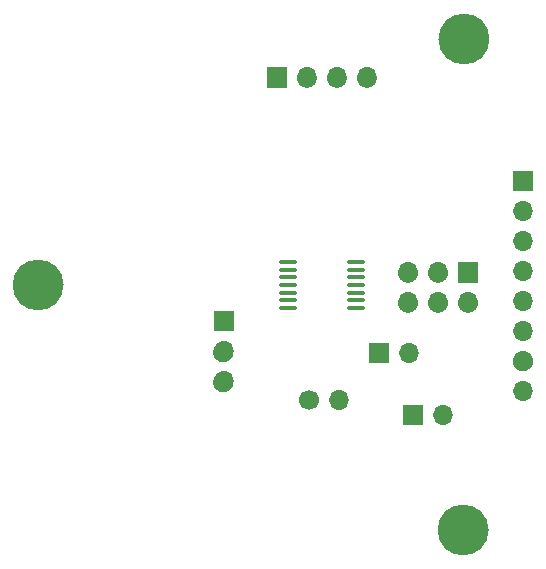
<source format=gbr>
%TF.GenerationSoftware,KiCad,Pcbnew,(6.0.7-1)-1*%
%TF.CreationDate,2023-01-06T18:56:56-05:00*%
%TF.ProjectId,atmega328,61746d65-6761-4333-9238-2e6b69636164,rev?*%
%TF.SameCoordinates,Original*%
%TF.FileFunction,Soldermask,Bot*%
%TF.FilePolarity,Negative*%
%FSLAX46Y46*%
G04 Gerber Fmt 4.6, Leading zero omitted, Abs format (unit mm)*
G04 Created by KiCad (PCBNEW (6.0.7-1)-1) date 2023-01-06 18:56:56*
%MOMM*%
%LPD*%
G01*
G04 APERTURE LIST*
G04 Aperture macros list*
%AMRoundRect*
0 Rectangle with rounded corners*
0 $1 Rounding radius*
0 $2 $3 $4 $5 $6 $7 $8 $9 X,Y pos of 4 corners*
0 Add a 4 corners polygon primitive as box body*
4,1,4,$2,$3,$4,$5,$6,$7,$8,$9,$2,$3,0*
0 Add four circle primitives for the rounded corners*
1,1,$1+$1,$2,$3*
1,1,$1+$1,$4,$5*
1,1,$1+$1,$6,$7*
1,1,$1+$1,$8,$9*
0 Add four rect primitives between the rounded corners*
20,1,$1+$1,$2,$3,$4,$5,0*
20,1,$1+$1,$4,$5,$6,$7,0*
20,1,$1+$1,$6,$7,$8,$9,0*
20,1,$1+$1,$8,$9,$2,$3,0*%
G04 Aperture macros list end*
%ADD10C,0.000000*%
%ADD11C,2.150000*%
%ADD12RoundRect,0.100000X0.637500X0.100000X-0.637500X0.100000X-0.637500X-0.100000X0.637500X-0.100000X0*%
%ADD13R,1.700000X1.700000*%
%ADD14O,1.700000X1.700000*%
%ADD15C,1.700000*%
%ADD16C,4.300000*%
G04 APERTURE END LIST*
D10*
G36*
X162722860Y-96613570D02*
G01*
X161022860Y-96613570D01*
X161022860Y-94913570D01*
X162722860Y-94913570D01*
X162722860Y-96613570D01*
G37*
D11*
X157915000Y-125320000D02*
G75*
G03*
X157915000Y-125320000I-1075000J0D01*
G01*
D10*
G36*
X136583310Y-109394090D02*
G01*
X136665830Y-109406330D01*
X136746740Y-109426600D01*
X136825280Y-109454700D01*
X136900690Y-109490370D01*
X136972230Y-109533250D01*
X137039230Y-109582940D01*
X137101040Y-109638960D01*
X137157060Y-109700770D01*
X137206750Y-109767770D01*
X137249630Y-109839310D01*
X137285300Y-109914720D01*
X137313400Y-109993260D01*
X137333670Y-110074170D01*
X137345910Y-110156690D01*
X137350000Y-110240000D01*
X137345910Y-110323310D01*
X137333670Y-110405830D01*
X137313400Y-110486740D01*
X137285300Y-110565280D01*
X137249630Y-110640690D01*
X137206750Y-110712230D01*
X137157060Y-110779230D01*
X137101040Y-110841040D01*
X137039230Y-110897060D01*
X136972230Y-110946750D01*
X136900690Y-110989630D01*
X136825280Y-111025300D01*
X136746740Y-111053400D01*
X136665830Y-111073670D01*
X136583310Y-111085910D01*
X136500000Y-111090000D01*
X136416690Y-111085910D01*
X136334170Y-111073670D01*
X136253260Y-111053400D01*
X136174720Y-111025300D01*
X136099310Y-110989630D01*
X136027770Y-110946750D01*
X135960770Y-110897060D01*
X135898960Y-110841040D01*
X135842940Y-110779230D01*
X135793250Y-110712230D01*
X135750370Y-110640690D01*
X135714700Y-110565280D01*
X135686600Y-110486740D01*
X135666330Y-110405830D01*
X135654090Y-110323310D01*
X135650000Y-110240000D01*
X135654090Y-110156690D01*
X135666330Y-110074170D01*
X135686600Y-109993260D01*
X135714700Y-109914720D01*
X135750370Y-109839310D01*
X135793250Y-109767770D01*
X135842940Y-109700770D01*
X135898960Y-109638960D01*
X135960770Y-109582940D01*
X136027770Y-109533250D01*
X136099310Y-109490370D01*
X136174720Y-109454700D01*
X136253260Y-109426600D01*
X136334170Y-109406330D01*
X136416690Y-109394090D01*
X136500000Y-109390000D01*
X136583310Y-109394090D01*
G37*
G36*
X158080000Y-104370000D02*
G01*
X156380000Y-104370000D01*
X156380000Y-102670000D01*
X158080000Y-102670000D01*
X158080000Y-104370000D01*
G37*
G36*
X154773310Y-102674090D02*
G01*
X154855830Y-102686330D01*
X154936740Y-102706600D01*
X155015280Y-102734700D01*
X155090690Y-102770370D01*
X155162230Y-102813250D01*
X155229230Y-102862940D01*
X155291040Y-102918960D01*
X155347060Y-102980770D01*
X155396750Y-103047770D01*
X155439630Y-103119310D01*
X155475300Y-103194720D01*
X155503400Y-103273260D01*
X155523670Y-103354170D01*
X155535910Y-103436690D01*
X155540000Y-103520000D01*
X155535910Y-103603310D01*
X155523670Y-103685830D01*
X155503400Y-103766740D01*
X155475300Y-103845280D01*
X155439630Y-103920690D01*
X155396750Y-103992230D01*
X155347060Y-104059230D01*
X155291040Y-104121040D01*
X155229230Y-104177060D01*
X155162230Y-104226750D01*
X155090690Y-104269630D01*
X155015280Y-104305300D01*
X154936740Y-104333400D01*
X154855830Y-104353670D01*
X154773310Y-104365910D01*
X154690000Y-104370000D01*
X154606690Y-104365910D01*
X154524170Y-104353670D01*
X154443260Y-104333400D01*
X154364720Y-104305300D01*
X154289310Y-104269630D01*
X154217770Y-104226750D01*
X154150770Y-104177060D01*
X154088960Y-104121040D01*
X154032940Y-104059230D01*
X153983250Y-103992230D01*
X153940370Y-103920690D01*
X153904700Y-103845280D01*
X153876600Y-103766740D01*
X153856330Y-103685830D01*
X153844090Y-103603310D01*
X153840000Y-103520000D01*
X153844090Y-103436690D01*
X153856330Y-103354170D01*
X153876600Y-103273260D01*
X153904700Y-103194720D01*
X153940370Y-103119310D01*
X153983250Y-103047770D01*
X154032940Y-102980770D01*
X154088960Y-102918960D01*
X154150770Y-102862940D01*
X154217770Y-102813250D01*
X154289310Y-102770370D01*
X154364720Y-102734700D01*
X154443260Y-102706600D01*
X154524170Y-102686330D01*
X154606690Y-102674090D01*
X154690000Y-102670000D01*
X154773310Y-102674090D01*
G37*
G36*
X146203310Y-86159090D02*
G01*
X146285830Y-86171330D01*
X146366740Y-86191600D01*
X146445280Y-86219700D01*
X146520690Y-86255370D01*
X146592230Y-86298250D01*
X146659230Y-86347940D01*
X146721040Y-86403960D01*
X146777060Y-86465770D01*
X146826750Y-86532770D01*
X146869630Y-86604310D01*
X146905300Y-86679720D01*
X146933400Y-86758260D01*
X146953670Y-86839170D01*
X146965910Y-86921690D01*
X146970000Y-87005000D01*
X146965910Y-87088310D01*
X146953670Y-87170830D01*
X146933400Y-87251740D01*
X146905300Y-87330280D01*
X146869630Y-87405690D01*
X146826750Y-87477230D01*
X146777060Y-87544230D01*
X146721040Y-87606040D01*
X146659230Y-87662060D01*
X146592230Y-87711750D01*
X146520690Y-87754630D01*
X146445280Y-87790300D01*
X146366740Y-87818400D01*
X146285830Y-87838670D01*
X146203310Y-87850910D01*
X146120000Y-87855000D01*
X146036690Y-87850910D01*
X145954170Y-87838670D01*
X145873260Y-87818400D01*
X145794720Y-87790300D01*
X145719310Y-87754630D01*
X145647770Y-87711750D01*
X145580770Y-87662060D01*
X145518960Y-87606040D01*
X145462940Y-87544230D01*
X145413250Y-87477230D01*
X145370370Y-87405690D01*
X145334700Y-87330280D01*
X145306600Y-87251740D01*
X145286330Y-87170830D01*
X145274090Y-87088310D01*
X145270000Y-87005000D01*
X145274090Y-86921690D01*
X145286330Y-86839170D01*
X145306600Y-86758260D01*
X145334700Y-86679720D01*
X145370370Y-86604310D01*
X145413250Y-86532770D01*
X145462940Y-86465770D01*
X145518960Y-86403960D01*
X145580770Y-86347940D01*
X145647770Y-86298250D01*
X145719310Y-86255370D01*
X145794720Y-86219700D01*
X145873260Y-86191600D01*
X145954170Y-86171330D01*
X146036690Y-86159090D01*
X146120000Y-86155000D01*
X146203310Y-86159090D01*
G37*
G36*
X148743310Y-86159090D02*
G01*
X148825830Y-86171330D01*
X148906740Y-86191600D01*
X148985280Y-86219700D01*
X149060690Y-86255370D01*
X149132230Y-86298250D01*
X149199230Y-86347940D01*
X149261040Y-86403960D01*
X149317060Y-86465770D01*
X149366750Y-86532770D01*
X149409630Y-86604310D01*
X149445300Y-86679720D01*
X149473400Y-86758260D01*
X149493670Y-86839170D01*
X149505910Y-86921690D01*
X149510000Y-87005000D01*
X149505910Y-87088310D01*
X149493670Y-87170830D01*
X149473400Y-87251740D01*
X149445300Y-87330280D01*
X149409630Y-87405690D01*
X149366750Y-87477230D01*
X149317060Y-87544230D01*
X149261040Y-87606040D01*
X149199230Y-87662060D01*
X149132230Y-87711750D01*
X149060690Y-87754630D01*
X148985280Y-87790300D01*
X148906740Y-87818400D01*
X148825830Y-87838670D01*
X148743310Y-87850910D01*
X148660000Y-87855000D01*
X148576690Y-87850910D01*
X148494170Y-87838670D01*
X148413260Y-87818400D01*
X148334720Y-87790300D01*
X148259310Y-87754630D01*
X148187770Y-87711750D01*
X148120770Y-87662060D01*
X148058960Y-87606040D01*
X148002940Y-87544230D01*
X147953250Y-87477230D01*
X147910370Y-87405690D01*
X147874700Y-87330280D01*
X147846600Y-87251740D01*
X147826330Y-87170830D01*
X147814090Y-87088310D01*
X147810000Y-87005000D01*
X147814090Y-86921690D01*
X147826330Y-86839170D01*
X147846600Y-86758260D01*
X147874700Y-86679720D01*
X147910370Y-86604310D01*
X147953250Y-86532770D01*
X148002940Y-86465770D01*
X148058960Y-86403960D01*
X148120770Y-86347940D01*
X148187770Y-86298250D01*
X148259310Y-86255370D01*
X148334720Y-86219700D01*
X148413260Y-86191600D01*
X148494170Y-86171330D01*
X148576690Y-86159090D01*
X148660000Y-86155000D01*
X148743310Y-86159090D01*
G37*
G36*
X136583310Y-111934090D02*
G01*
X136665830Y-111946330D01*
X136746740Y-111966600D01*
X136825280Y-111994700D01*
X136900690Y-112030370D01*
X136972230Y-112073250D01*
X137039230Y-112122940D01*
X137101040Y-112178960D01*
X137157060Y-112240770D01*
X137206750Y-112307770D01*
X137249630Y-112379310D01*
X137285300Y-112454720D01*
X137313400Y-112533260D01*
X137333670Y-112614170D01*
X137345910Y-112696690D01*
X137350000Y-112780000D01*
X137345910Y-112863310D01*
X137333670Y-112945830D01*
X137313400Y-113026740D01*
X137285300Y-113105280D01*
X137249630Y-113180690D01*
X137206750Y-113252230D01*
X137157060Y-113319230D01*
X137101040Y-113381040D01*
X137039230Y-113437060D01*
X136972230Y-113486750D01*
X136900690Y-113529630D01*
X136825280Y-113565300D01*
X136746740Y-113593400D01*
X136665830Y-113613670D01*
X136583310Y-113625910D01*
X136500000Y-113630000D01*
X136416690Y-113625910D01*
X136334170Y-113613670D01*
X136253260Y-113593400D01*
X136174720Y-113565300D01*
X136099310Y-113529630D01*
X136027770Y-113486750D01*
X135960770Y-113437060D01*
X135898960Y-113381040D01*
X135842940Y-113319230D01*
X135793250Y-113252230D01*
X135750370Y-113180690D01*
X135714700Y-113105280D01*
X135686600Y-113026740D01*
X135666330Y-112945830D01*
X135654090Y-112863310D01*
X135650000Y-112780000D01*
X135654090Y-112696690D01*
X135666330Y-112614170D01*
X135686600Y-112533260D01*
X135714700Y-112454720D01*
X135750370Y-112379310D01*
X135793250Y-112307770D01*
X135842940Y-112240770D01*
X135898960Y-112178960D01*
X135960770Y-112122940D01*
X136027770Y-112073250D01*
X136099310Y-112030370D01*
X136174720Y-111994700D01*
X136253260Y-111966600D01*
X136334170Y-111946330D01*
X136416690Y-111934090D01*
X136500000Y-111930000D01*
X136583310Y-111934090D01*
G37*
G36*
X161956170Y-110157660D02*
G01*
X162038690Y-110169900D01*
X162119600Y-110190170D01*
X162198140Y-110218270D01*
X162273550Y-110253940D01*
X162345090Y-110296820D01*
X162412090Y-110346510D01*
X162473900Y-110402530D01*
X162529920Y-110464340D01*
X162579610Y-110531340D01*
X162622490Y-110602880D01*
X162658160Y-110678290D01*
X162686260Y-110756830D01*
X162706530Y-110837740D01*
X162718770Y-110920260D01*
X162722860Y-111003570D01*
X162718770Y-111086880D01*
X162706530Y-111169400D01*
X162686260Y-111250310D01*
X162658160Y-111328850D01*
X162622490Y-111404260D01*
X162579610Y-111475800D01*
X162529920Y-111542800D01*
X162473900Y-111604610D01*
X162412090Y-111660630D01*
X162345090Y-111710320D01*
X162273550Y-111753200D01*
X162198140Y-111788870D01*
X162119600Y-111816970D01*
X162038690Y-111837240D01*
X161956170Y-111849480D01*
X161872860Y-111853570D01*
X161789550Y-111849480D01*
X161707030Y-111837240D01*
X161626120Y-111816970D01*
X161547580Y-111788870D01*
X161472170Y-111753200D01*
X161400630Y-111710320D01*
X161333630Y-111660630D01*
X161271820Y-111604610D01*
X161215800Y-111542800D01*
X161166110Y-111475800D01*
X161123230Y-111404260D01*
X161087560Y-111328850D01*
X161059460Y-111250310D01*
X161039190Y-111169400D01*
X161026950Y-111086880D01*
X161022860Y-111003570D01*
X161026950Y-110920260D01*
X161039190Y-110837740D01*
X161059460Y-110756830D01*
X161087560Y-110678290D01*
X161123230Y-110602880D01*
X161166110Y-110531340D01*
X161215800Y-110464340D01*
X161271820Y-110402530D01*
X161333630Y-110346510D01*
X161400630Y-110296820D01*
X161472170Y-110253940D01*
X161547580Y-110218270D01*
X161626120Y-110190170D01*
X161707030Y-110169900D01*
X161789550Y-110157660D01*
X161872860Y-110153570D01*
X161956170Y-110157660D01*
G37*
G36*
X157313310Y-105214090D02*
G01*
X157395830Y-105226330D01*
X157476740Y-105246600D01*
X157555280Y-105274700D01*
X157630690Y-105310370D01*
X157702230Y-105353250D01*
X157769230Y-105402940D01*
X157831040Y-105458960D01*
X157887060Y-105520770D01*
X157936750Y-105587770D01*
X157979630Y-105659310D01*
X158015300Y-105734720D01*
X158043400Y-105813260D01*
X158063670Y-105894170D01*
X158075910Y-105976690D01*
X158080000Y-106060000D01*
X158075910Y-106143310D01*
X158063670Y-106225830D01*
X158043400Y-106306740D01*
X158015300Y-106385280D01*
X157979630Y-106460690D01*
X157936750Y-106532230D01*
X157887060Y-106599230D01*
X157831040Y-106661040D01*
X157769230Y-106717060D01*
X157702230Y-106766750D01*
X157630690Y-106809630D01*
X157555280Y-106845300D01*
X157476740Y-106873400D01*
X157395830Y-106893670D01*
X157313310Y-106905910D01*
X157230000Y-106910000D01*
X157146690Y-106905910D01*
X157064170Y-106893670D01*
X156983260Y-106873400D01*
X156904720Y-106845300D01*
X156829310Y-106809630D01*
X156757770Y-106766750D01*
X156690770Y-106717060D01*
X156628960Y-106661040D01*
X156572940Y-106599230D01*
X156523250Y-106532230D01*
X156480370Y-106460690D01*
X156444700Y-106385280D01*
X156416600Y-106306740D01*
X156396330Y-106225830D01*
X156384090Y-106143310D01*
X156380000Y-106060000D01*
X156384090Y-105976690D01*
X156396330Y-105894170D01*
X156416600Y-105813260D01*
X156444700Y-105734720D01*
X156480370Y-105659310D01*
X156523250Y-105587770D01*
X156572940Y-105520770D01*
X156628960Y-105458960D01*
X156690770Y-105402940D01*
X156757770Y-105353250D01*
X156829310Y-105310370D01*
X156904720Y-105274700D01*
X156983260Y-105246600D01*
X157064170Y-105226330D01*
X157146690Y-105214090D01*
X157230000Y-105210000D01*
X157313310Y-105214090D01*
G37*
D11*
X121925000Y-104560000D02*
G75*
G03*
X121925000Y-104560000I-1075000J0D01*
G01*
D10*
G36*
X154773310Y-105214090D02*
G01*
X154855830Y-105226330D01*
X154936740Y-105246600D01*
X155015280Y-105274700D01*
X155090690Y-105310370D01*
X155162230Y-105353250D01*
X155229230Y-105402940D01*
X155291040Y-105458960D01*
X155347060Y-105520770D01*
X155396750Y-105587770D01*
X155439630Y-105659310D01*
X155475300Y-105734720D01*
X155503400Y-105813260D01*
X155523670Y-105894170D01*
X155535910Y-105976690D01*
X155540000Y-106060000D01*
X155535910Y-106143310D01*
X155523670Y-106225830D01*
X155503400Y-106306740D01*
X155475300Y-106385280D01*
X155439630Y-106460690D01*
X155396750Y-106532230D01*
X155347060Y-106599230D01*
X155291040Y-106661040D01*
X155229230Y-106717060D01*
X155162230Y-106766750D01*
X155090690Y-106809630D01*
X155015280Y-106845300D01*
X154936740Y-106873400D01*
X154855830Y-106893670D01*
X154773310Y-106905910D01*
X154690000Y-106910000D01*
X154606690Y-106905910D01*
X154524170Y-106893670D01*
X154443260Y-106873400D01*
X154364720Y-106845300D01*
X154289310Y-106809630D01*
X154217770Y-106766750D01*
X154150770Y-106717060D01*
X154088960Y-106661040D01*
X154032940Y-106599230D01*
X153983250Y-106532230D01*
X153940370Y-106460690D01*
X153904700Y-106385280D01*
X153876600Y-106306740D01*
X153856330Y-106225830D01*
X153844090Y-106143310D01*
X153840000Y-106060000D01*
X153844090Y-105976690D01*
X153856330Y-105894170D01*
X153876600Y-105813260D01*
X153904700Y-105734720D01*
X153940370Y-105659310D01*
X153983250Y-105587770D01*
X154032940Y-105520770D01*
X154088960Y-105458960D01*
X154150770Y-105402940D01*
X154217770Y-105353250D01*
X154289310Y-105310370D01*
X154364720Y-105274700D01*
X154443260Y-105246600D01*
X154524170Y-105226330D01*
X154606690Y-105214090D01*
X154690000Y-105210000D01*
X154773310Y-105214090D01*
G37*
G36*
X143663310Y-86159090D02*
G01*
X143745830Y-86171330D01*
X143826740Y-86191600D01*
X143905280Y-86219700D01*
X143980690Y-86255370D01*
X144052230Y-86298250D01*
X144119230Y-86347940D01*
X144181040Y-86403960D01*
X144237060Y-86465770D01*
X144286750Y-86532770D01*
X144329630Y-86604310D01*
X144365300Y-86679720D01*
X144393400Y-86758260D01*
X144413670Y-86839170D01*
X144425910Y-86921690D01*
X144430000Y-87005000D01*
X144425910Y-87088310D01*
X144413670Y-87170830D01*
X144393400Y-87251740D01*
X144365300Y-87330280D01*
X144329630Y-87405690D01*
X144286750Y-87477230D01*
X144237060Y-87544230D01*
X144181040Y-87606040D01*
X144119230Y-87662060D01*
X144052230Y-87711750D01*
X143980690Y-87754630D01*
X143905280Y-87790300D01*
X143826740Y-87818400D01*
X143745830Y-87838670D01*
X143663310Y-87850910D01*
X143580000Y-87855000D01*
X143496690Y-87850910D01*
X143414170Y-87838670D01*
X143333260Y-87818400D01*
X143254720Y-87790300D01*
X143179310Y-87754630D01*
X143107770Y-87711750D01*
X143040770Y-87662060D01*
X142978960Y-87606040D01*
X142922940Y-87544230D01*
X142873250Y-87477230D01*
X142830370Y-87405690D01*
X142794700Y-87330280D01*
X142766600Y-87251740D01*
X142746330Y-87170830D01*
X142734090Y-87088310D01*
X142730000Y-87005000D01*
X142734090Y-86921690D01*
X142746330Y-86839170D01*
X142766600Y-86758260D01*
X142794700Y-86679720D01*
X142830370Y-86604310D01*
X142873250Y-86532770D01*
X142922940Y-86465770D01*
X142978960Y-86403960D01*
X143040770Y-86347940D01*
X143107770Y-86298250D01*
X143179310Y-86255370D01*
X143254720Y-86219700D01*
X143333260Y-86191600D01*
X143414170Y-86171330D01*
X143496690Y-86159090D01*
X143580000Y-86155000D01*
X143663310Y-86159090D01*
G37*
G36*
X152233310Y-102674090D02*
G01*
X152315830Y-102686330D01*
X152396740Y-102706600D01*
X152475280Y-102734700D01*
X152550690Y-102770370D01*
X152622230Y-102813250D01*
X152689230Y-102862940D01*
X152751040Y-102918960D01*
X152807060Y-102980770D01*
X152856750Y-103047770D01*
X152899630Y-103119310D01*
X152935300Y-103194720D01*
X152963400Y-103273260D01*
X152983670Y-103354170D01*
X152995910Y-103436690D01*
X153000000Y-103520000D01*
X152995910Y-103603310D01*
X152983670Y-103685830D01*
X152963400Y-103766740D01*
X152935300Y-103845280D01*
X152899630Y-103920690D01*
X152856750Y-103992230D01*
X152807060Y-104059230D01*
X152751040Y-104121040D01*
X152689230Y-104177060D01*
X152622230Y-104226750D01*
X152550690Y-104269630D01*
X152475280Y-104305300D01*
X152396740Y-104333400D01*
X152315830Y-104353670D01*
X152233310Y-104365910D01*
X152150000Y-104370000D01*
X152066690Y-104365910D01*
X151984170Y-104353670D01*
X151903260Y-104333400D01*
X151824720Y-104305300D01*
X151749310Y-104269630D01*
X151677770Y-104226750D01*
X151610770Y-104177060D01*
X151548960Y-104121040D01*
X151492940Y-104059230D01*
X151443250Y-103992230D01*
X151400370Y-103920690D01*
X151364700Y-103845280D01*
X151336600Y-103766740D01*
X151316330Y-103685830D01*
X151304090Y-103603310D01*
X151300000Y-103520000D01*
X151304090Y-103436690D01*
X151316330Y-103354170D01*
X151336600Y-103273260D01*
X151364700Y-103194720D01*
X151400370Y-103119310D01*
X151443250Y-103047770D01*
X151492940Y-102980770D01*
X151548960Y-102918960D01*
X151610770Y-102862940D01*
X151677770Y-102813250D01*
X151749310Y-102770370D01*
X151824720Y-102734700D01*
X151903260Y-102706600D01*
X151984170Y-102686330D01*
X152066690Y-102674090D01*
X152150000Y-102670000D01*
X152233310Y-102674090D01*
G37*
D11*
X157925000Y-83750000D02*
G75*
G03*
X157925000Y-83750000I-1075000J0D01*
G01*
D10*
G36*
X152233310Y-105214090D02*
G01*
X152315830Y-105226330D01*
X152396740Y-105246600D01*
X152475280Y-105274700D01*
X152550690Y-105310370D01*
X152622230Y-105353250D01*
X152689230Y-105402940D01*
X152751040Y-105458960D01*
X152807060Y-105520770D01*
X152856750Y-105587770D01*
X152899630Y-105659310D01*
X152935300Y-105734720D01*
X152963400Y-105813260D01*
X152983670Y-105894170D01*
X152995910Y-105976690D01*
X153000000Y-106060000D01*
X152995910Y-106143310D01*
X152983670Y-106225830D01*
X152963400Y-106306740D01*
X152935300Y-106385280D01*
X152899630Y-106460690D01*
X152856750Y-106532230D01*
X152807060Y-106599230D01*
X152751040Y-106661040D01*
X152689230Y-106717060D01*
X152622230Y-106766750D01*
X152550690Y-106809630D01*
X152475280Y-106845300D01*
X152396740Y-106873400D01*
X152315830Y-106893670D01*
X152233310Y-106905910D01*
X152150000Y-106910000D01*
X152066690Y-106905910D01*
X151984170Y-106893670D01*
X151903260Y-106873400D01*
X151824720Y-106845300D01*
X151749310Y-106809630D01*
X151677770Y-106766750D01*
X151610770Y-106717060D01*
X151548960Y-106661040D01*
X151492940Y-106599230D01*
X151443250Y-106532230D01*
X151400370Y-106460690D01*
X151364700Y-106385280D01*
X151336600Y-106306740D01*
X151316330Y-106225830D01*
X151304090Y-106143310D01*
X151300000Y-106060000D01*
X151304090Y-105976690D01*
X151316330Y-105894170D01*
X151336600Y-105813260D01*
X151364700Y-105734720D01*
X151400370Y-105659310D01*
X151443250Y-105587770D01*
X151492940Y-105520770D01*
X151548960Y-105458960D01*
X151610770Y-105402940D01*
X151677770Y-105353250D01*
X151749310Y-105310370D01*
X151824720Y-105274700D01*
X151903260Y-105246600D01*
X151984170Y-105226330D01*
X152066690Y-105214090D01*
X152150000Y-105210000D01*
X152233310Y-105214090D01*
G37*
G36*
X141890000Y-87855000D02*
G01*
X140190000Y-87855000D01*
X140190000Y-86155000D01*
X141890000Y-86155000D01*
X141890000Y-87855000D01*
G37*
D12*
%TO.C,U2*%
X147725000Y-102625000D03*
X147725000Y-103275000D03*
X147725000Y-103925000D03*
X147725000Y-104575000D03*
X147725000Y-105225000D03*
X147725000Y-105875000D03*
X147725000Y-106525000D03*
X142000000Y-106525000D03*
X142000000Y-105875000D03*
X142000000Y-105225000D03*
X142000000Y-104575000D03*
X142000000Y-103925000D03*
X142000000Y-103275000D03*
X142000000Y-102625000D03*
%TD*%
D13*
%TO.C,J3*%
X152525000Y-115600000D03*
D14*
X155065000Y-115600000D03*
%TD*%
%TO.C,J6*%
X152215000Y-110300000D03*
D13*
X149675000Y-110300000D03*
%TD*%
D15*
%TO.C,J2*%
X143730000Y-114300000D03*
D14*
X146270000Y-114300000D03*
%TD*%
D13*
%TO.C,J1*%
X141050000Y-87000000D03*
D14*
X143590000Y-87000000D03*
X146130000Y-87000000D03*
X148670000Y-87000000D03*
%TD*%
D13*
%TO.C,J5*%
X161867860Y-95778570D03*
D14*
X161867860Y-98318570D03*
X161867860Y-100858570D03*
X161867860Y-103398570D03*
X161867860Y-105938570D03*
X161867860Y-108478570D03*
X161867860Y-111018570D03*
X161867860Y-113558570D03*
%TD*%
D16*
%TO.C,REF\u002A\u002A*%
X156850000Y-83750000D03*
%TD*%
%TO.C,REF\u002A\u002A*%
X120850000Y-104560000D03*
%TD*%
%TO.C,*%
X156840000Y-125320000D03*
%TD*%
D13*
%TO.C,ISP1*%
X157235800Y-103434000D03*
D14*
X157235800Y-105974000D03*
X154695800Y-103434000D03*
X154695800Y-105974000D03*
X152155800Y-103434000D03*
X152155800Y-105974000D03*
%TD*%
D13*
%TO.C,J4*%
X136524400Y-107660000D03*
D14*
X136524400Y-110200000D03*
X136524400Y-112740000D03*
%TD*%
M02*

</source>
